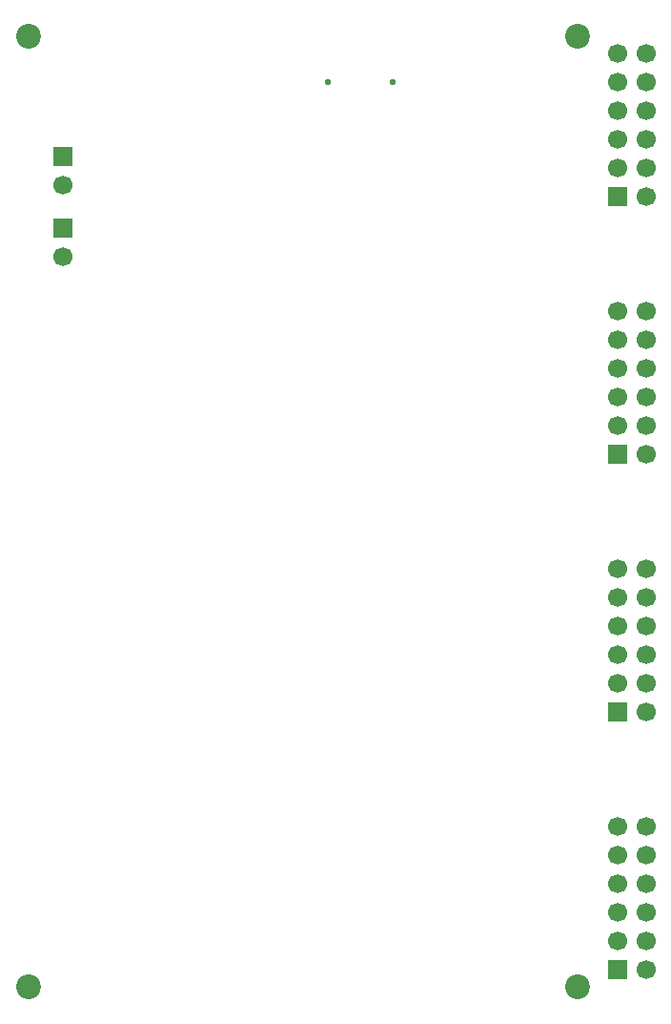
<source format=gbr>
%TF.GenerationSoftware,KiCad,Pcbnew,9.0.6-9.0.6~ubuntu24.04.1*%
%TF.CreationDate,2026-01-24T19:39:54-03:00*%
%TF.ProjectId,cotti_probe,636f7474-695f-4707-926f-62652e6b6963,0.0*%
%TF.SameCoordinates,Original*%
%TF.FileFunction,Soldermask,Bot*%
%TF.FilePolarity,Negative*%
%FSLAX46Y46*%
G04 Gerber Fmt 4.6, Leading zero omitted, Abs format (unit mm)*
G04 Created by KiCad (PCBNEW 9.0.6-9.0.6~ubuntu24.04.1) date 2026-01-24 19:39:54*
%MOMM*%
%LPD*%
G01*
G04 APERTURE LIST*
%ADD10C,0.550000*%
%ADD11C,1.700000*%
%ADD12R,1.700000X1.700000*%
%ADD13C,2.200000*%
G04 APERTURE END LIST*
D10*
%TO.C,J7*%
X166720000Y-31701000D03*
X160940000Y-31701000D03*
%TD*%
D11*
%TO.C,J2*%
X137414000Y-47244000D03*
D12*
X137414000Y-44704000D03*
%TD*%
D11*
%TO.C,J1*%
X137414000Y-40889000D03*
D12*
X137414000Y-38349000D03*
%TD*%
D13*
%TO.C,H4*%
X183134000Y-112014000D03*
%TD*%
%TO.C,H3*%
X183134000Y-27686000D03*
%TD*%
D12*
%TO.C,J6*%
X186690000Y-64770000D03*
D11*
X186690000Y-62230000D03*
X186690000Y-59690000D03*
X186690000Y-57150000D03*
X186690000Y-54610000D03*
X186690000Y-52070000D03*
X189230000Y-64770000D03*
X189230000Y-62230000D03*
X189230000Y-59690000D03*
X189230000Y-57150000D03*
X189230000Y-54610000D03*
X189230000Y-52070000D03*
%TD*%
D12*
%TO.C,J3*%
X186690000Y-110490000D03*
D11*
X186690000Y-107950000D03*
X186690000Y-105410000D03*
X186690000Y-102870000D03*
X186690000Y-100330000D03*
X186690000Y-97790000D03*
X189230000Y-110490000D03*
X189230000Y-107950000D03*
X189230000Y-105410000D03*
X189230000Y-102870000D03*
X189230000Y-100330000D03*
X189230000Y-97790000D03*
%TD*%
D13*
%TO.C,H1*%
X134366000Y-112014000D03*
%TD*%
D12*
%TO.C,J5*%
X186690000Y-41910000D03*
D11*
X186690000Y-39370000D03*
X186690000Y-36830000D03*
X186690000Y-34290000D03*
X186690000Y-31750000D03*
X186690000Y-29210000D03*
X189230000Y-41910000D03*
X189230000Y-39370000D03*
X189230000Y-36830000D03*
X189230000Y-34290000D03*
X189230000Y-31750000D03*
X189230000Y-29210000D03*
%TD*%
D13*
%TO.C,H2*%
X134366000Y-27686000D03*
%TD*%
D12*
%TO.C,J4*%
X186690000Y-87630000D03*
D11*
X186690000Y-85090000D03*
X186690000Y-82550000D03*
X186690000Y-80010000D03*
X186690000Y-77470000D03*
X186690000Y-74930000D03*
X189230000Y-87630000D03*
X189230000Y-85090000D03*
X189230000Y-82550000D03*
X189230000Y-80010000D03*
X189230000Y-77470000D03*
X189230000Y-74930000D03*
%TD*%
M02*

</source>
